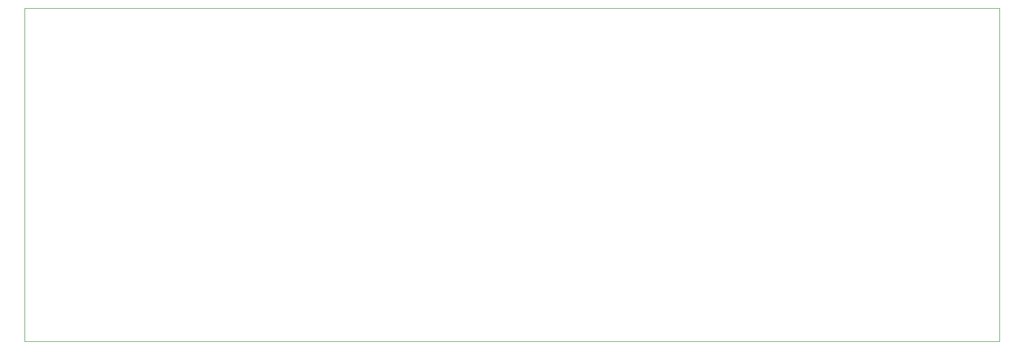
<source format=gm1>
%TF.GenerationSoftware,KiCad,Pcbnew,9.0.0*%
%TF.CreationDate,2025-09-20T16:18:58+02:00*%
%TF.ProjectId,ecap5-bcarrier-xlite,65636170-352d-4626-9361-72726965722d,rev?*%
%TF.SameCoordinates,Original*%
%TF.FileFunction,Profile,NP*%
%FSLAX46Y46*%
G04 Gerber Fmt 4.6, Leading zero omitted, Abs format (unit mm)*
G04 Created by KiCad (PCBNEW 9.0.0) date 2025-09-20 16:18:58*
%MOMM*%
%LPD*%
G01*
G04 APERTURE LIST*
%TA.AperFunction,Profile*%
%ADD10C,0.050000*%
%TD*%
G04 APERTURE END LIST*
D10*
X75010000Y-69890000D02*
X236310000Y-69890000D01*
X236310000Y-125090000D01*
X75010000Y-125090000D01*
X75010000Y-69890000D01*
M02*

</source>
